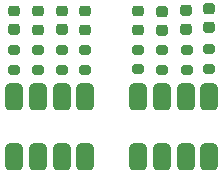
<source format=gbr>
%TF.GenerationSoftware,KiCad,Pcbnew,6.99.0-unknown-e9f8454a67~154~ubuntu22.04.1*%
%TF.CreationDate,2022-11-04T13:42:14+03:00*%
%TF.ProjectId,siglent-la,7369676c-656e-4742-9d6c-612e6b696361,rev?*%
%TF.SameCoordinates,Original*%
%TF.FileFunction,Paste,Bot*%
%TF.FilePolarity,Positive*%
%FSLAX46Y46*%
G04 Gerber Fmt 4.6, Leading zero omitted, Abs format (unit mm)*
G04 Created by KiCad (PCBNEW 6.99.0-unknown-e9f8454a67~154~ubuntu22.04.1) date 2022-11-04 13:42:14*
%MOMM*%
%LPD*%
G01*
G04 APERTURE LIST*
G04 Aperture macros list*
%AMRoundRect*
0 Rectangle with rounded corners*
0 $1 Rounding radius*
0 $2 $3 $4 $5 $6 $7 $8 $9 X,Y pos of 4 corners*
0 Add a 4 corners polygon primitive as box body*
4,1,4,$2,$3,$4,$5,$6,$7,$8,$9,$2,$3,0*
0 Add four circle primitives for the rounded corners*
1,1,$1+$1,$2,$3*
1,1,$1+$1,$4,$5*
1,1,$1+$1,$6,$7*
1,1,$1+$1,$8,$9*
0 Add four rect primitives between the rounded corners*
20,1,$1+$1,$2,$3,$4,$5,0*
20,1,$1+$1,$4,$5,$6,$7,0*
20,1,$1+$1,$6,$7,$8,$9,0*
20,1,$1+$1,$8,$9,$2,$3,0*%
G04 Aperture macros list end*
%ADD10RoundRect,0.381000X-0.381000X0.762000X-0.381000X-0.762000X0.381000X-0.762000X0.381000X0.762000X0*%
%ADD11RoundRect,0.200000X0.275000X-0.200000X0.275000X0.200000X-0.275000X0.200000X-0.275000X-0.200000X0*%
%ADD12RoundRect,0.225000X0.250000X-0.225000X0.250000X0.225000X-0.250000X0.225000X-0.250000X-0.225000X0*%
G04 APERTURE END LIST*
D10*
%TO.C,U8*%
X119000000Y-81960000D03*
X119000000Y-87040000D03*
%TD*%
%TO.C,U7*%
X117000000Y-81960000D03*
X117000000Y-87040000D03*
%TD*%
%TO.C,U6*%
X115000000Y-81960000D03*
X115000000Y-87040000D03*
%TD*%
%TO.C,U5*%
X113000000Y-81960000D03*
X113000000Y-87040000D03*
%TD*%
%TO.C,U4*%
X108500000Y-87080000D03*
X108500000Y-82000000D03*
%TD*%
%TO.C,U3*%
X106500000Y-87040000D03*
X106500000Y-81960000D03*
%TD*%
%TO.C,U2*%
X104500000Y-82000000D03*
X104500000Y-87080000D03*
%TD*%
%TO.C,U1*%
X102500000Y-87080000D03*
X102500000Y-82000000D03*
%TD*%
D11*
%TO.C,R16*%
X119000000Y-74475000D03*
X119000000Y-76125000D03*
%TD*%
%TO.C,R15*%
X119000000Y-79600000D03*
X119000000Y-77950000D03*
%TD*%
%TO.C,R14*%
X117000000Y-74675000D03*
X117000000Y-76325000D03*
%TD*%
%TO.C,R13*%
X117100000Y-78000000D03*
X117100000Y-79650000D03*
%TD*%
%TO.C,R12*%
X115000000Y-74700000D03*
X115000000Y-76350000D03*
%TD*%
%TO.C,R11*%
X115000000Y-79650000D03*
X115000000Y-78000000D03*
%TD*%
%TO.C,R10*%
X113000000Y-74675000D03*
X113000000Y-76325000D03*
%TD*%
%TO.C,R9*%
X113000000Y-79625000D03*
X113000000Y-77975000D03*
%TD*%
%TO.C,R8*%
X108500000Y-76325000D03*
X108500000Y-74675000D03*
%TD*%
%TO.C,R7*%
X108500000Y-78000000D03*
X108500000Y-79650000D03*
%TD*%
%TO.C,R6*%
X106500000Y-74675000D03*
X106500000Y-76325000D03*
%TD*%
%TO.C,R5*%
X106500000Y-78000000D03*
X106500000Y-79650000D03*
%TD*%
%TO.C,R4*%
X104500000Y-76325000D03*
X104500000Y-74675000D03*
%TD*%
%TO.C,R3*%
X104500000Y-79650000D03*
X104500000Y-78000000D03*
%TD*%
%TO.C,R2*%
X102500000Y-74675000D03*
X102500000Y-76325000D03*
%TD*%
%TO.C,R1*%
X102500000Y-78000000D03*
X102500000Y-79650000D03*
%TD*%
D12*
%TO.C,C8*%
X119000000Y-74525000D03*
X119000000Y-76075000D03*
%TD*%
%TO.C,C7*%
X117000000Y-74625000D03*
X117000000Y-76175000D03*
%TD*%
%TO.C,C6*%
X115000000Y-74750000D03*
X115000000Y-76300000D03*
%TD*%
%TO.C,C5*%
X113000000Y-74725000D03*
X113000000Y-76275000D03*
%TD*%
%TO.C,C4*%
X108500000Y-74725000D03*
X108500000Y-76275000D03*
%TD*%
%TO.C,C3*%
X106500000Y-74675000D03*
X106500000Y-76225000D03*
%TD*%
%TO.C,C2*%
X104500000Y-76275000D03*
X104500000Y-74725000D03*
%TD*%
%TO.C,C1*%
X102500000Y-76250000D03*
X102500000Y-74700000D03*
%TD*%
M02*

</source>
